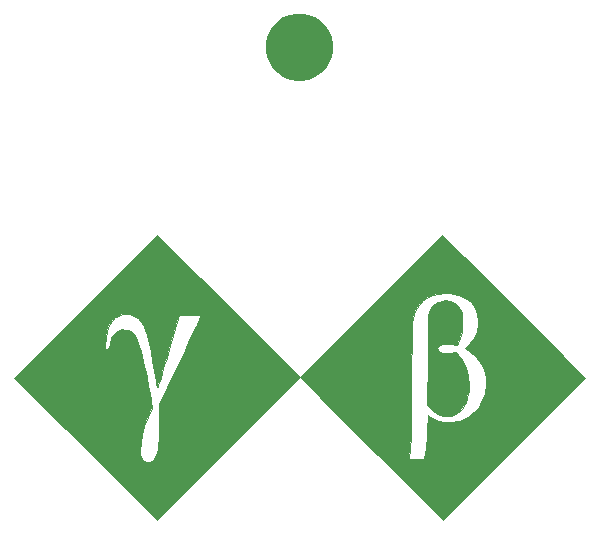
<source format=gts>
G04 #@! TF.GenerationSoftware,KiCad,Pcbnew,(5.1.5)-3*
G04 #@! TF.CreationDate,2019-12-21T12:13:31-08:00*
G04 #@! TF.ProjectId,mole-diamond-keychain,6d6f6c65-2d64-4696-916d-6f6e642d6b65,A*
G04 #@! TF.SameCoordinates,Original*
G04 #@! TF.FileFunction,Soldermask,Top*
G04 #@! TF.FilePolarity,Negative*
%FSLAX46Y46*%
G04 Gerber Fmt 4.6, Leading zero omitted, Abs format (unit mm)*
G04 Created by KiCad (PCBNEW (5.1.5)-3) date 2019-12-21 12:13:31*
%MOMM*%
%LPD*%
G04 APERTURE LIST*
%ADD10C,0.010000*%
%ADD11C,0.100000*%
G04 APERTURE END LIST*
D10*
G36*
X12727485Y31874005D02*
G01*
X13141633Y31700784D01*
X13476249Y31379228D01*
X13533055Y31298451D01*
X13630614Y31139967D01*
X13695075Y30989632D01*
X13733246Y30807548D01*
X13751934Y30553820D01*
X13757948Y30188551D01*
X13758333Y29978184D01*
X13753932Y29529506D01*
X13736406Y29204478D01*
X13699270Y28957545D01*
X13636038Y28743153D01*
X13554642Y28547408D01*
X13428457Y28291481D01*
X13329043Y28164312D01*
X13227048Y28134897D01*
X13173642Y28144974D01*
X12987534Y28183308D01*
X12712334Y28226587D01*
X12554317Y28247432D01*
X12203183Y28248609D01*
X11927015Y28172646D01*
X11745248Y28040261D01*
X11677321Y27872176D01*
X11742670Y27689111D01*
X11899106Y27548961D01*
X12062122Y27471748D01*
X12274063Y27440176D01*
X12586228Y27448382D01*
X12701472Y27457251D01*
X13288731Y27506485D01*
X13542208Y27198973D01*
X13840218Y26734271D01*
X14080812Y26156487D01*
X14251887Y25515698D01*
X14341336Y24861981D01*
X14337053Y24245413D01*
X14308173Y24030381D01*
X14227657Y23676186D01*
X14120386Y23328966D01*
X14043569Y23138888D01*
X13739955Y22681752D01*
X13338986Y22351901D01*
X12865675Y22159569D01*
X12345036Y22114994D01*
X11811000Y22225233D01*
X11552313Y22360213D01*
X11275401Y22568718D01*
X11150861Y22688164D01*
X10829389Y23031293D01*
X10854527Y26903814D01*
X10860859Y27819849D01*
X10867356Y28582220D01*
X10874711Y29206594D01*
X10883616Y29708640D01*
X10894762Y30104027D01*
X10908841Y30408421D01*
X10926545Y30637491D01*
X10948566Y30806906D01*
X10975596Y30932333D01*
X11008326Y31029440D01*
X11039748Y31098613D01*
X11326489Y31501326D01*
X11714921Y31770481D01*
X12192899Y31897879D01*
X12228759Y31901223D01*
X12727485Y31874005D01*
G37*
X12727485Y31874005D02*
X13141633Y31700784D01*
X13476249Y31379228D01*
X13533055Y31298451D01*
X13630614Y31139967D01*
X13695075Y30989632D01*
X13733246Y30807548D01*
X13751934Y30553820D01*
X13757948Y30188551D01*
X13758333Y29978184D01*
X13753932Y29529506D01*
X13736406Y29204478D01*
X13699270Y28957545D01*
X13636038Y28743153D01*
X13554642Y28547408D01*
X13428457Y28291481D01*
X13329043Y28164312D01*
X13227048Y28134897D01*
X13173642Y28144974D01*
X12987534Y28183308D01*
X12712334Y28226587D01*
X12554317Y28247432D01*
X12203183Y28248609D01*
X11927015Y28172646D01*
X11745248Y28040261D01*
X11677321Y27872176D01*
X11742670Y27689111D01*
X11899106Y27548961D01*
X12062122Y27471748D01*
X12274063Y27440176D01*
X12586228Y27448382D01*
X12701472Y27457251D01*
X13288731Y27506485D01*
X13542208Y27198973D01*
X13840218Y26734271D01*
X14080812Y26156487D01*
X14251887Y25515698D01*
X14341336Y24861981D01*
X14337053Y24245413D01*
X14308173Y24030381D01*
X14227657Y23676186D01*
X14120386Y23328966D01*
X14043569Y23138888D01*
X13739955Y22681752D01*
X13338986Y22351901D01*
X12865675Y22159569D01*
X12345036Y22114994D01*
X11811000Y22225233D01*
X11552313Y22360213D01*
X11275401Y22568718D01*
X11150861Y22688164D01*
X10829389Y23031293D01*
X10854527Y26903814D01*
X10860859Y27819849D01*
X10867356Y28582220D01*
X10874711Y29206594D01*
X10883616Y29708640D01*
X10894762Y30104027D01*
X10908841Y30408421D01*
X10926545Y30637491D01*
X10948566Y30806906D01*
X10975596Y30932333D01*
X11008326Y31029440D01*
X11039748Y31098613D01*
X11326489Y31501326D01*
X11714921Y31770481D01*
X12192899Y31897879D01*
X12228759Y31901223D01*
X12727485Y31874005D01*
G36*
X18161074Y31411112D02*
G01*
X24214814Y25357371D01*
X18182019Y19325019D01*
X12149224Y13292666D01*
X6889289Y18552986D01*
X9255403Y18552986D01*
X9290502Y18496356D01*
X9406288Y18468102D01*
X9635138Y18458382D01*
X9895340Y18457334D01*
X10565240Y18457334D01*
X10663121Y18986500D01*
X10701182Y19261634D01*
X10739643Y19660310D01*
X10774854Y20136788D01*
X10803165Y20645324D01*
X10811877Y20851055D01*
X10862753Y22186443D01*
X11040543Y22054752D01*
X11565879Y21766356D01*
X12171136Y21604722D01*
X12819804Y21573660D01*
X13475375Y21676975D01*
X13768145Y21770277D01*
X14278323Y22038239D01*
X14761299Y22433852D01*
X15173318Y22916241D01*
X15402974Y23297355D01*
X15683181Y24019603D01*
X15810190Y24740000D01*
X15788345Y25439821D01*
X15621988Y26100341D01*
X15315466Y26702835D01*
X14873122Y27228579D01*
X14406364Y27592972D01*
X14000740Y27853260D01*
X14437813Y28304513D01*
X14807426Y28763869D01*
X15036300Y29250983D01*
X15141698Y29810012D01*
X15153473Y30135250D01*
X15076150Y30759298D01*
X14855892Y31303351D01*
X14503642Y31758094D01*
X14030341Y32114214D01*
X13446930Y32362397D01*
X12764352Y32493329D01*
X12361333Y32512000D01*
X11661849Y32448746D01*
X11052255Y32253442D01*
X10506847Y31917779D01*
X10495445Y31908809D01*
X10106389Y31520067D01*
X9825011Y31044001D01*
X9638987Y30455845D01*
X9569094Y30047194D01*
X9553773Y29845032D01*
X9539278Y29491465D01*
X9525892Y29004423D01*
X9513897Y28401833D01*
X9503574Y27701624D01*
X9495206Y26921723D01*
X9489074Y26080059D01*
X9485462Y25194561D01*
X9484641Y24680334D01*
X9482849Y23572322D01*
X9478759Y22618955D01*
X9471843Y21805556D01*
X9461577Y21117447D01*
X9447434Y20539948D01*
X9428890Y20058382D01*
X9405418Y19658071D01*
X9376492Y19324336D01*
X9341588Y19042499D01*
X9300179Y18797881D01*
X9268610Y18647834D01*
X9255403Y18552986D01*
X6889289Y18552986D01*
X6095926Y19346407D01*
X42629Y25400148D01*
X12107333Y37464852D01*
X18161074Y31411112D01*
G37*
X18161074Y31411112D02*
X24214814Y25357371D01*
X18182019Y19325019D01*
X12149224Y13292666D01*
X6889289Y18552986D01*
X9255403Y18552986D01*
X9290502Y18496356D01*
X9406288Y18468102D01*
X9635138Y18458382D01*
X9895340Y18457334D01*
X10565240Y18457334D01*
X10663121Y18986500D01*
X10701182Y19261634D01*
X10739643Y19660310D01*
X10774854Y20136788D01*
X10803165Y20645324D01*
X10811877Y20851055D01*
X10862753Y22186443D01*
X11040543Y22054752D01*
X11565879Y21766356D01*
X12171136Y21604722D01*
X12819804Y21573660D01*
X13475375Y21676975D01*
X13768145Y21770277D01*
X14278323Y22038239D01*
X14761299Y22433852D01*
X15173318Y22916241D01*
X15402974Y23297355D01*
X15683181Y24019603D01*
X15810190Y24740000D01*
X15788345Y25439821D01*
X15621988Y26100341D01*
X15315466Y26702835D01*
X14873122Y27228579D01*
X14406364Y27592972D01*
X14000740Y27853260D01*
X14437813Y28304513D01*
X14807426Y28763869D01*
X15036300Y29250983D01*
X15141698Y29810012D01*
X15153473Y30135250D01*
X15076150Y30759298D01*
X14855892Y31303351D01*
X14503642Y31758094D01*
X14030341Y32114214D01*
X13446930Y32362397D01*
X12764352Y32493329D01*
X12361333Y32512000D01*
X11661849Y32448746D01*
X11052255Y32253442D01*
X10506847Y31917779D01*
X10495445Y31908809D01*
X10106389Y31520067D01*
X9825011Y31044001D01*
X9638987Y30455845D01*
X9569094Y30047194D01*
X9553773Y29845032D01*
X9539278Y29491465D01*
X9525892Y29004423D01*
X9513897Y28401833D01*
X9503574Y27701624D01*
X9495206Y26921723D01*
X9489074Y26080059D01*
X9485462Y25194561D01*
X9484641Y24680334D01*
X9482849Y23572322D01*
X9478759Y22618955D01*
X9471843Y21805556D01*
X9461577Y21117447D01*
X9447434Y20539948D01*
X9428890Y20058382D01*
X9405418Y19658071D01*
X9376492Y19324336D01*
X9341588Y19042499D01*
X9300179Y18797881D01*
X9268610Y18647834D01*
X9255403Y18552986D01*
X6889289Y18552986D01*
X6095926Y19346407D01*
X42629Y25400148D01*
X12107333Y37464852D01*
X18161074Y31411112D01*
G36*
X42185Y25400000D02*
G01*
X-12065296Y13292519D01*
X-18097649Y19325314D01*
X-24130001Y25358110D01*
X-21351791Y28136117D01*
X-16425334Y28136117D01*
X-16412403Y27902511D01*
X-16361301Y27794834D01*
X-16265614Y27770667D01*
X-16158998Y27808571D01*
X-16090031Y27947082D01*
X-16045883Y28170847D01*
X-15910743Y28700306D01*
X-15687306Y29092484D01*
X-15380149Y29342876D01*
X-14993851Y29446979D01*
X-14755032Y29440903D01*
X-14439130Y29365025D01*
X-14173406Y29203199D01*
X-13944557Y28937328D01*
X-13739281Y28549320D01*
X-13544276Y28021080D01*
X-13428848Y27637005D01*
X-13325736Y27236845D01*
X-13203851Y26705352D01*
X-13070461Y26078515D01*
X-12932836Y25392318D01*
X-12798244Y24682749D01*
X-12673956Y23985794D01*
X-12592194Y23495000D01*
X-12483399Y22817667D01*
X-12812083Y22055667D01*
X-13111970Y21294534D01*
X-13314328Y20609441D01*
X-13430483Y19946720D01*
X-13471760Y19252702D01*
X-13469524Y18940319D01*
X-13397730Y18607407D01*
X-13223626Y18366754D01*
X-12982857Y18233382D01*
X-12711066Y18222314D01*
X-12443898Y18348573D01*
X-12329781Y18459963D01*
X-12199521Y18629610D01*
X-12098258Y18807243D01*
X-12022332Y19016350D01*
X-11968085Y19280420D01*
X-11931859Y19622941D01*
X-11909995Y20067401D01*
X-11898833Y20637289D01*
X-11894988Y21251334D01*
X-11889370Y23156334D01*
X-10463095Y26119667D01*
X-10128618Y26815147D01*
X-9802260Y27494766D01*
X-9494876Y28135845D01*
X-9217321Y28715707D01*
X-8980448Y29211675D01*
X-8795114Y29601069D01*
X-8672172Y29861213D01*
X-8669850Y29866167D01*
X-8302880Y30649334D01*
X-10206209Y30649334D01*
X-11041812Y27749500D01*
X-11238930Y27067876D01*
X-11424873Y26429536D01*
X-11593607Y25854841D01*
X-11739101Y25364151D01*
X-11855322Y24977828D01*
X-11936236Y24716231D01*
X-11973215Y24605953D01*
X-12008950Y24537151D01*
X-12042956Y24536182D01*
X-12079640Y24620676D01*
X-12123404Y24808258D01*
X-12178655Y25116556D01*
X-12249796Y25563198D01*
X-12308278Y25946863D01*
X-12448966Y26813207D01*
X-12598650Y27615699D01*
X-12752496Y28333415D01*
X-12905671Y28945433D01*
X-13053339Y29430831D01*
X-13190668Y29768687D01*
X-13191811Y29770934D01*
X-13406984Y30096266D01*
X-13687235Y30389571D01*
X-13984783Y30607126D01*
X-14204387Y30697515D01*
X-14409945Y30745131D01*
X-14531076Y30776748D01*
X-14718679Y30778115D01*
X-14992090Y30720919D01*
X-15286467Y30623922D01*
X-15536971Y30505883D01*
X-15593711Y30469288D01*
X-15852969Y30198107D01*
X-16078983Y29795932D01*
X-16258510Y29299918D01*
X-16378308Y28747222D01*
X-16425131Y28174997D01*
X-16425334Y28136117D01*
X-21351791Y28136117D01*
X-18076261Y31411407D01*
X-12022519Y37464704D01*
X42185Y25400000D01*
G37*
X42185Y25400000D02*
X-12065296Y13292519D01*
X-18097649Y19325314D01*
X-24130001Y25358110D01*
X-21351791Y28136117D01*
X-16425334Y28136117D01*
X-16412403Y27902511D01*
X-16361301Y27794834D01*
X-16265614Y27770667D01*
X-16158998Y27808571D01*
X-16090031Y27947082D01*
X-16045883Y28170847D01*
X-15910743Y28700306D01*
X-15687306Y29092484D01*
X-15380149Y29342876D01*
X-14993851Y29446979D01*
X-14755032Y29440903D01*
X-14439130Y29365025D01*
X-14173406Y29203199D01*
X-13944557Y28937328D01*
X-13739281Y28549320D01*
X-13544276Y28021080D01*
X-13428848Y27637005D01*
X-13325736Y27236845D01*
X-13203851Y26705352D01*
X-13070461Y26078515D01*
X-12932836Y25392318D01*
X-12798244Y24682749D01*
X-12673956Y23985794D01*
X-12592194Y23495000D01*
X-12483399Y22817667D01*
X-12812083Y22055667D01*
X-13111970Y21294534D01*
X-13314328Y20609441D01*
X-13430483Y19946720D01*
X-13471760Y19252702D01*
X-13469524Y18940319D01*
X-13397730Y18607407D01*
X-13223626Y18366754D01*
X-12982857Y18233382D01*
X-12711066Y18222314D01*
X-12443898Y18348573D01*
X-12329781Y18459963D01*
X-12199521Y18629610D01*
X-12098258Y18807243D01*
X-12022332Y19016350D01*
X-11968085Y19280420D01*
X-11931859Y19622941D01*
X-11909995Y20067401D01*
X-11898833Y20637289D01*
X-11894988Y21251334D01*
X-11889370Y23156334D01*
X-10463095Y26119667D01*
X-10128618Y26815147D01*
X-9802260Y27494766D01*
X-9494876Y28135845D01*
X-9217321Y28715707D01*
X-8980448Y29211675D01*
X-8795114Y29601069D01*
X-8672172Y29861213D01*
X-8669850Y29866167D01*
X-8302880Y30649334D01*
X-10206209Y30649334D01*
X-11041812Y27749500D01*
X-11238930Y27067876D01*
X-11424873Y26429536D01*
X-11593607Y25854841D01*
X-11739101Y25364151D01*
X-11855322Y24977828D01*
X-11936236Y24716231D01*
X-11973215Y24605953D01*
X-12008950Y24537151D01*
X-12042956Y24536182D01*
X-12079640Y24620676D01*
X-12123404Y24808258D01*
X-12178655Y25116556D01*
X-12249796Y25563198D01*
X-12308278Y25946863D01*
X-12448966Y26813207D01*
X-12598650Y27615699D01*
X-12752496Y28333415D01*
X-12905671Y28945433D01*
X-13053339Y29430831D01*
X-13190668Y29768687D01*
X-13191811Y29770934D01*
X-13406984Y30096266D01*
X-13687235Y30389571D01*
X-13984783Y30607126D01*
X-14204387Y30697515D01*
X-14409945Y30745131D01*
X-14531076Y30776748D01*
X-14718679Y30778115D01*
X-14992090Y30720919D01*
X-15286467Y30623922D01*
X-15536971Y30505883D01*
X-15593711Y30469288D01*
X-15852969Y30198107D01*
X-16078983Y29795932D01*
X-16258510Y29299918D01*
X-16378308Y28747222D01*
X-16425131Y28174997D01*
X-16425334Y28136117D01*
X-21351791Y28136117D01*
X-18076261Y31411407D01*
X-12022519Y37464704D01*
X42185Y25400000D01*
D11*
G36*
X831606Y56081438D02*
G01*
X1350455Y55866524D01*
X1817407Y55554516D01*
X2214516Y55157407D01*
X2526524Y54690455D01*
X2741438Y54171606D01*
X2851000Y53620799D01*
X2851000Y53059201D01*
X2741438Y52508394D01*
X2526524Y51989545D01*
X2214516Y51522593D01*
X1817407Y51125484D01*
X1350455Y50813476D01*
X831606Y50598562D01*
X556202Y50543781D01*
X280800Y50489000D01*
X-280800Y50489000D01*
X-556202Y50543781D01*
X-831606Y50598562D01*
X-1350455Y50813476D01*
X-1817407Y51125484D01*
X-2214516Y51522593D01*
X-2526524Y51989545D01*
X-2741438Y52508394D01*
X-2851000Y53059201D01*
X-2851000Y53620799D01*
X-2741438Y54171606D01*
X-2526524Y54690455D01*
X-2214516Y55157407D01*
X-1817407Y55554516D01*
X-1350455Y55866524D01*
X-831606Y56081438D01*
X-280800Y56191000D01*
X280800Y56191000D01*
X831606Y56081438D01*
G37*
M02*

</source>
